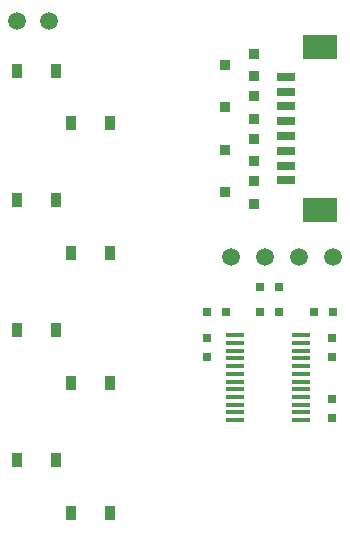
<source format=gbr>
G04*
G04 #@! TF.GenerationSoftware,Altium Limited,Altium Designer,24.1.2 (44)*
G04*
G04 Layer_Color=128*
%FSLAX44Y44*%
%MOMM*%
G71*
G04*
G04 #@! TF.SameCoordinates,72F2B316-7FC6-4B7C-B3EC-A1DFD3802FF3*
G04*
G04*
G04 #@! TF.FilePolarity,Positive*
G04*
G01*
G75*
%ADD35R,1.6000X0.8000*%
%ADD36R,3.0000X2.1000*%
%ADD37R,1.5000X0.4000*%
%ADD38R,0.9500X0.9000*%
%ADD39R,0.7000X0.8000*%
%ADD40C,1.5000*%
%ADD41R,0.9100X1.2200*%
%ADD42R,0.9100X1.2200*%
%ADD43R,0.8000X0.7000*%
D35*
X256794Y371348D02*
D03*
Y358848D02*
D03*
Y383848D02*
D03*
Y396348D02*
D03*
Y346348D02*
D03*
Y333848D02*
D03*
Y321348D02*
D03*
Y308848D02*
D03*
D36*
X285794Y421848D02*
D03*
Y283348D02*
D03*
D37*
X269525Y177488D02*
D03*
Y170988D02*
D03*
Y164488D02*
D03*
Y157988D02*
D03*
Y151488D02*
D03*
Y144988D02*
D03*
Y138488D02*
D03*
Y131988D02*
D03*
Y125488D02*
D03*
Y118988D02*
D03*
Y112488D02*
D03*
Y105988D02*
D03*
X213137D02*
D03*
Y112488D02*
D03*
Y118988D02*
D03*
Y125488D02*
D03*
Y131988D02*
D03*
Y138488D02*
D03*
Y144988D02*
D03*
Y151488D02*
D03*
Y157988D02*
D03*
Y164488D02*
D03*
Y170988D02*
D03*
Y177488D02*
D03*
D38*
X229708Y308204D02*
D03*
X229708Y396954D02*
D03*
X204708Y406454D02*
D03*
X229708Y415954D02*
D03*
X229708Y361037D02*
D03*
X204708Y370537D02*
D03*
X229708Y380037D02*
D03*
Y325121D02*
D03*
X204708Y334621D02*
D03*
X229708Y344121D02*
D03*
Y289204D02*
D03*
X204708Y298704D02*
D03*
D39*
X251040Y218186D02*
D03*
X235040D02*
D03*
X205523Y197120D02*
D03*
X189523D02*
D03*
X251040Y197110D02*
D03*
X235040D02*
D03*
X296548D02*
D03*
X280548D02*
D03*
D40*
X238845Y244179D02*
D03*
X29150Y443540D02*
D03*
X296672Y244179D02*
D03*
X267377D02*
D03*
X210312D02*
D03*
X56388Y443540D02*
D03*
D41*
X29150Y291800D02*
D03*
X74950Y357100D02*
D03*
X29150Y401800D02*
D03*
Y71800D02*
D03*
X74950Y137100D02*
D03*
X29150Y181800D02*
D03*
X74950Y247100D02*
D03*
Y27100D02*
D03*
D42*
X61850Y71800D02*
D03*
X107650Y137100D02*
D03*
X61850Y401800D02*
D03*
Y181800D02*
D03*
X107650Y357100D02*
D03*
Y247100D02*
D03*
X61850Y291800D02*
D03*
X107650Y27100D02*
D03*
D43*
X295433Y175462D02*
D03*
Y159462D02*
D03*
Y123400D02*
D03*
Y107400D02*
D03*
X190023Y175452D02*
D03*
Y159452D02*
D03*
M02*

</source>
